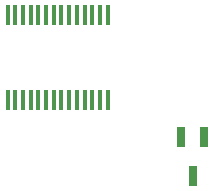
<source format=gbr>
G04 #@! TF.GenerationSoftware,KiCad,Pcbnew,5.1.0-060a0da~80~ubuntu16.04.1*
G04 #@! TF.CreationDate,2019-03-26T00:44:10-06:00*
G04 #@! TF.ProjectId,ARES_PCB_1,41524553-5f50-4434-925f-312e6b696361,rev?*
G04 #@! TF.SameCoordinates,Original*
G04 #@! TF.FileFunction,Paste,Top*
G04 #@! TF.FilePolarity,Positive*
%FSLAX46Y46*%
G04 Gerber Fmt 4.6, Leading zero omitted, Abs format (unit mm)*
G04 Created by KiCad (PCBNEW 5.1.0-060a0da~80~ubuntu16.04.1) date 2019-03-26 00:44:10*
%MOMM*%
%LPD*%
G04 APERTURE LIST*
%ADD10R,0.450000X1.750000*%
%ADD11R,0.800000X1.800000*%
G04 APERTURE END LIST*
D10*
X99915000Y-38310000D03*
X100565000Y-38310000D03*
X101215000Y-38310000D03*
X101865000Y-38310000D03*
X102515000Y-38310000D03*
X103165000Y-38310000D03*
X103815000Y-38310000D03*
X104465000Y-38310000D03*
X105115000Y-38310000D03*
X105765000Y-38310000D03*
X106415000Y-38310000D03*
X107065000Y-38310000D03*
X107715000Y-38310000D03*
X108365000Y-38310000D03*
X108365000Y-45510000D03*
X107715000Y-45510000D03*
X107065000Y-45510000D03*
X106415000Y-45510000D03*
X105765000Y-45510000D03*
X105115000Y-45510000D03*
X104465000Y-45510000D03*
X103815000Y-45510000D03*
X103165000Y-45510000D03*
X102515000Y-45510000D03*
X101865000Y-45510000D03*
X101215000Y-45510000D03*
X100565000Y-45510000D03*
X99915000Y-45510000D03*
D11*
X115570000Y-51942000D03*
X114620000Y-48642000D03*
X116520000Y-48642000D03*
M02*

</source>
